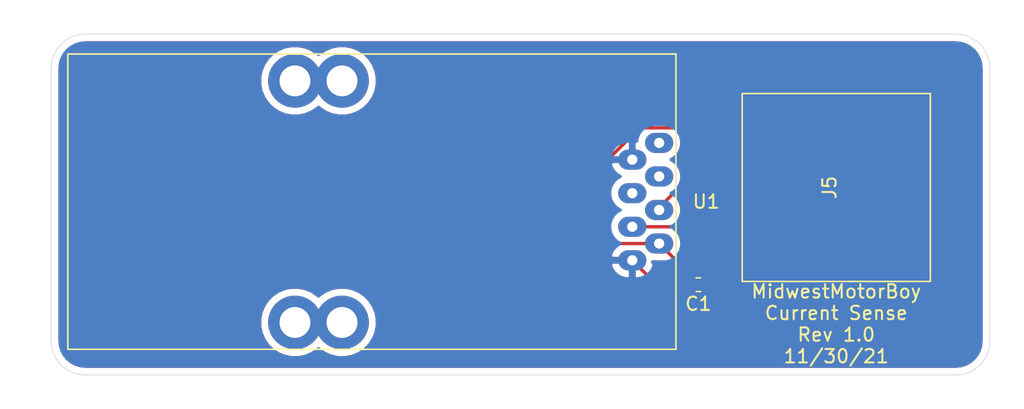
<source format=kicad_pcb>
(kicad_pcb (version 20211014) (generator pcbnew)
  (layers (0 "F.Cu" signal) (31 "B.Cu" signal) (34 "B.Paste" user) (35 "F.Paste" user) (36 "B.SilkS" user "B.Silkscreen") (37 "F.SilkS" user "F.Silkscreen") (38 "B.Mask" user) (39 "F.Mask" user) (44 "Edge.Cuts" user))
  (net 0 "")
  (net 1 "GND")
  (net 2 "+5V")
  (net 3 "DFSDM1_CKIN5_5V")
  (net 4 "DFSDM1_DATIN5_5V")
  (net 5 "Net-(U1-Pad9)")
  (net 6 "Net-(U1-Pad10)")
  (footprint "EVCONCEPT:RCH-RC02015" (layer "F.Cu") (at 115.57 85.09 -90)
    (fp_text reference "J5" (at 0 0.5 90) (layer "F.SilkS"))
    (fp_text value "Conn_01x08")
    (fp_line (start -7 -7) (end 7 -7) (layer "F.SilkS") (width 0.12))
    (fp_line (start 7 7) (end 7 -7) (layer "F.SilkS") (width 0.12))
    (fp_line (start -7 7) (end -7 -7) (layer "F.SilkS") (width 0.12))
    (fp_line (start 7 7) (end -7 7) (layer "F.SilkS") (width 0.12))
    (pad "1" smd roundrect locked (at 4.445 8.19 270) (size 0.7 3.5) (layers "F.Cu" "F.Paste" "F.Mask") (net 4 "DFSDM1_DATIN5_5V"))
    (pad "2" smd roundrect locked (at 3.175 8.19 270) (size 0.7 3.5) (layers "F.Cu" "F.Paste" "F.Mask") (net 1 "GND"))
    (pad "3" smd roundrect locked (at 1.905 8.19 270) (size 0.7 3.5) (layers "F.Cu" "F.Paste" "F.Mask") (net 1 "GND"))
    (pad "4" smd roundrect locked (at 0.635 8.19 270) (size 0.7 3.5) (layers "F.Cu" "F.Paste" "F.Mask") (net 1 "GND"))
    (pad "5" smd roundrect locked (at -0.635 8.19 270) (size 0.7 3.5) (layers "F.Cu" "F.Paste" "F.Mask") (net 1 "GND"))
    (pad "6" smd roundrect locked (at -1.905 8.19 270) (size 0.7 3.5) (layers "F.Cu" "F.Paste" "F.Mask") (net 3 "DFSDM1_CKIN5_5V"))
    (pad "7" smd roundrect locked (at -3.175 8.19 270) (size 0.7 3.5) (layers "F.Cu" "F.Paste" "F.Mask") (net 1 "GND"))
    (pad "8" smd roundrect locked (at -4.445 8.19 270) (size 0.7 3.5) (layers "F.Cu" "F.Paste" "F.Mask") (net 2 "+5V"))
    (pad "9" smd roundrect locked (at 0 -8.255 270) (size 9 3.5) (layers "F.Cu" "F.Paste" "F.Mask") (net 1 "GND"))
  )
  (footprint "EVCONCEPT:HO-150-PW-0000" (layer "F.Cu") (at 100.39 86.145001)
    (fp_text reference "U1" (at 5.5 0) (layer "F.SilkS"))
    (fp_text value "HO-150-PW-0000")
    (fp_line (start -42 11) (end 3 11) (layer "F.SilkS") (width 0.12))
    (fp_line (start 3 -11) (end 3.25 -11) (layer "F.SilkS") (width 0.12))
    (fp_line (start 3.25 11) (end 3.25 -11) (layer "F.SilkS") (width 0.12))
    (fp_line (start 3 -11) (end -42 -11) (layer "F.SilkS") (width 0.12))
    (fp_line (start -42 11) (end -42 -11) (layer "F.SilkS") (width 0.12))
    (fp_line (start 3.25 11) (end 3 11) (layer "F.SilkS") (width 0.12))
    (pad "1" thru_hole oval locked (at 2 -4.38) (size 2.1 1.5) (drill 0.762) (layers *.Cu *.Mask))
    (pad "2" thru_hole oval locked (at 0 -3.13) (size 2.1 1.5) (drill 0.762) (layers *.Cu *.Mask) (net 1 "GND"))
    (pad "3" thru_hole oval locked (at 2 -1.88) (size 2.1 1.5) (drill 0.762) (layers *.Cu *.Mask))
    (pad "4" thru_hole oval locked (at 0 -0.63) (size 2.1 1.5) (drill 0.762) (layers *.Cu *.Mask))
    (pad "5" thru_hole oval locked (at 2 0.62) (size 2.1 1.5) (drill 0.762) (layers *.Cu *.Mask) (net 3 "DFSDM1_CKIN5_5V"))
    (pad "6" thru_hole oval locked (at 0 1.87) (size 2.1 1.5) (drill 0.762) (layers *.Cu *.Mask) (net 4 "DFSDM1_DATIN5_5V"))
    (pad "7" thru_hole oval locked (at 2 3.12) (size 2.1 1.5) (drill 0.762) (layers *.Cu *.Mask) (net 2 "+5V"))
    (pad "8" thru_hole oval locked (at 0 4.37) (size 2.1 1.5) (drill 0.762) (layers *.Cu *.Mask) (net 1 "GND"))
    (pad "9" thru_hole circle locked (at -25.1 9) (size 4 4) (drill 2.3) (layers *.Cu *.Mask) (net 5 "Net-(U1-Pad9)"))
    (pad "9" thru_hole circle locked (at -21.6 9) (size 4 4) (drill 2.3) (layers *.Cu *.Mask) (net 5 "Net-(U1-Pad9)"))
    (pad "10" thru_hole circle locked (at -25.1 -9) (size 4 4) (drill 2.3) (layers *.Cu *.Mask) (net 6 "Net-(U1-Pad10)"))
    (pad "10" thru_hole circle locked (at -21.6 -9) (size 4 4) (drill 2.3) (layers *.Cu *.Mask) (net 6 "Net-(U1-Pad10)"))
  )
  (footprint "Capacitor_SMD:C_0603_1608Metric" (layer "F.Cu") (at 105.3085 92.329 180)
    (fp_text reference "C1" (at 0 -1.43) (layer "F.SilkS"))
    (fp_text value "1uF")
    (fp_line (start -0.162779 -0.51) (end 0.162779 -0.51) (layer "F.SilkS") (width 0.12))
    (fp_line (start -0.162779 0.51) (end 0.162779 0.51) (layer "F.SilkS") (width 0.12))
    (pad "1" smd roundrect locked (at -0.7875 0 180) (size 0.875 0.95) (layers "F.Cu" "F.Paste" "F.Mask") (net 2 "+5V"))
    (pad "2" smd roundrect locked (at 0.7875 0 180) (size 0.875 0.95) (layers "F.Cu" "F.Paste" "F.Mask") (net 1 "GND"))
  )
  (gr_line (start 57.15 96.52) (end 57.15 76.2) (layer "Edge.Cuts") (width 0.05))
  (gr_line (start 127 76.2) (end 127 96.52) (layer "Edge.Cuts") (width 0.05))
  (gr_arc (start 124.46 73.66) (mid 126.256051 74.403949) (end 127 76.2) (layer "Edge.Cuts") (width 0.05))
  (gr_arc (start 57.15 76.2) (mid 57.893949 74.403949) (end 59.69 73.66) (layer "Edge.Cuts") (width 0.05))
  (gr_line (start 59.69 99.06) (end 124.46 99.06) (layer "Edge.Cuts") (width 0.05))
  (gr_arc (start 59.69 99.06) (mid 57.893949 98.316051) (end 57.15 96.52) (layer "Edge.Cuts") (width 0.05))
  (gr_arc (start 127 96.52) (mid 126.256051 98.316051) (end 124.46 99.06) (layer "Edge.Cuts") (width 0.05))
  (gr_line (start 59.69 73.66) (end 124.46 73.66) (layer "Edge.Cuts") (width 0.05))
  (gr_text "MidwestMotorBoy\nCurrent Sense\nRev 1.0\n11/30/21" (at 115.57 95.25) (layer "F.SilkS") (effects (font (size 1 1))))
  (segment (start 110.49 84.582) (end 110.49 85.852) (width 0.25) (layer "F.Cu") (net 1))
  (segment (start 107.38 81.915) (end 109.601 81.915) (width 0.25) (layer "F.Cu") (net 1))
  (segment (start 102.203999 92.329) (end 100.39 90.515001) (width 0.25) (layer "F.Cu") (net 1))
  (segment (start 110.49 82.804) (end 110.49 84.582) (width 0.25) (layer "F.Cu") (net 1))
  (segment (start 110.363 85.725) (end 110.49 85.852) (width 0.25) (layer "F.Cu") (net 1))
  (segment (start 107.38 85.725) (end 110.363 85.725) (width 0.25) (layer "F.Cu") (net 1))
  (segment (start 104.521 92.329) (end 102.203999 92.329) (width 0.25) (layer "F.Cu") (net 1))
  (segment (start 110.49 85.852) (end 110.49 87.376) (width 0.25) (layer "F.Cu") (net 1))
  (segment (start 109.601 81.915) (end 110.49 82.804) (width 0.25) (layer "F.Cu") (net 1))
  (segment (start 110.49 88.138) (end 110.49 87.376) (width 0.25) (layer "F.Cu") (net 1))
  (segment (start 107.38 88.265) (end 110.363 88.265) (width 0.25) (layer "F.Cu") (net 1))
  (segment (start 110.363 84.455) (end 110.49 84.582) (width 0.25) (layer "F.Cu") (net 1))
  (segment (start 110.363 88.265) (end 110.49 88.138) (width 0.25) (layer "F.Cu") (net 1))
  (segment (start 110.49 87.376) (end 110.109 86.995) (width 0.25) (layer "F.Cu") (net 1))
  (segment (start 107.38 84.455) (end 110.363 84.455) (width 0.25) (layer "F.Cu") (net 1))
  (segment (start 110.109 86.995) (end 107.38 86.995) (width 0.25) (layer "F.Cu") (net 1))
  (segment (start 107.38 80.645) (end 100.939708 80.645) (width 0.25) (layer "F.Cu") (net 2))
  (segment (start 107.569 91.948) (end 107.569 91.44) (width 0.25) (layer "F.Cu") (net 2))
  (segment (start 103.548999 90.424) (end 102.39 89.265001) (width 0.25) (layer "F.Cu") (net 2))
  (segment (start 106.096 92.329) (end 107.188 92.329) (width 0.25) (layer "F.Cu") (net 2))
  (segment (start 97.79 88.265) (end 98.790001 89.265001) (width 0.25) (layer "F.Cu") (net 2))
  (segment (start 107.188 92.329) (end 107.569 91.948) (width 0.25) (layer "F.Cu") (net 2))
  (segment (start 97.79 83.794708) (end 97.79 88.265) (width 0.25) (layer "F.Cu") (net 2))
  (segment (start 107.569 91.44) (end 106.553 90.424) (width 0.25) (layer "F.Cu") (net 2))
  (segment (start 106.553 90.424) (end 103.548999 90.424) (width 0.25) (layer "F.Cu") (net 2))
  (segment (start 100.939708 80.645) (end 97.79 83.794708) (width 0.25) (layer "F.Cu") (net 2))
  (segment (start 98.790001 89.265001) (end 102.39 89.265001) (width 0.25) (layer "F.Cu") (net 2))
  (segment (start 105.791 83.185) (end 102.39 86.586) (width 0.25) (layer "F.Cu") (net 3))
  (segment (start 102.39 86.586) (end 102.39 86.765001) (width 0.25) (layer "F.Cu") (net 3))
  (segment (start 107.38 83.185) (end 105.791 83.185) (width 0.25) (layer "F.Cu") (net 3))
  (segment (start 107.38 89.535) (end 104.902 89.535) (width 0.25) (layer "F.Cu") (net 4))
  (segment (start 103.382001 88.015001) (end 100.39 88.015001) (width 0.25) (layer "F.Cu") (net 4))
  (segment (start 104.902 89.535) (end 103.382001 88.015001) (width 0.25) (layer "F.Cu") (net 4))
  (segment (start 78.79 95.145001) (end 75.29 95.145001) (width 0.25) (layer "F.Cu") (net 5))
  (segment (start 78.79 77.145001) (end 75.29 77.145001) (width 0.25) (layer "F.Cu") (net 6))
  (zone (net 1) (net_name "GND") (layer "F.Cu") (connect_pads (clearance 0.508)) (min_thickness 0.254) (fill yes (thermal_gap 0.508) (thermal_bridge_width 0.508))
    (polygon (pts (xy 129.54 101.6) (xy 53.34 101.6) (xy 53.34 71.12) (xy 129.54 71.12)))
  )
  (zone (net 1) (net_name "GND") (layer "B.Cu") (connect_pads (clearance 0.508)) (min_thickness 0.254) (fill yes (thermal_gap 0.508) (thermal_bridge_width 0.508))
    (polygon (pts (xy 129.54 101.6) (xy 53.34 101.6) (xy 53.34 71.12) (xy 129.54 71.12)))
  )
)
</source>
